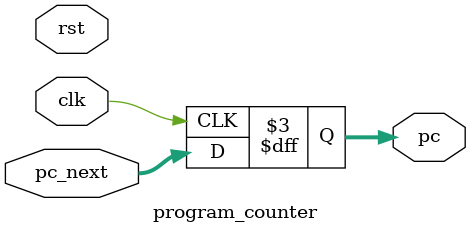
<source format=v>
`timescale 1ns / 1ps

module program_counter(clk, rst, pc_next, pc);
    
    input [31:0] pc_next;
    input clk,rst;

    output reg[31:0] pc;
    
    initial pc <= 32'd0;
    always @(posedge clk) begin
        begin
            pc <= pc_next;
        end

    end
endmodule
</source>
